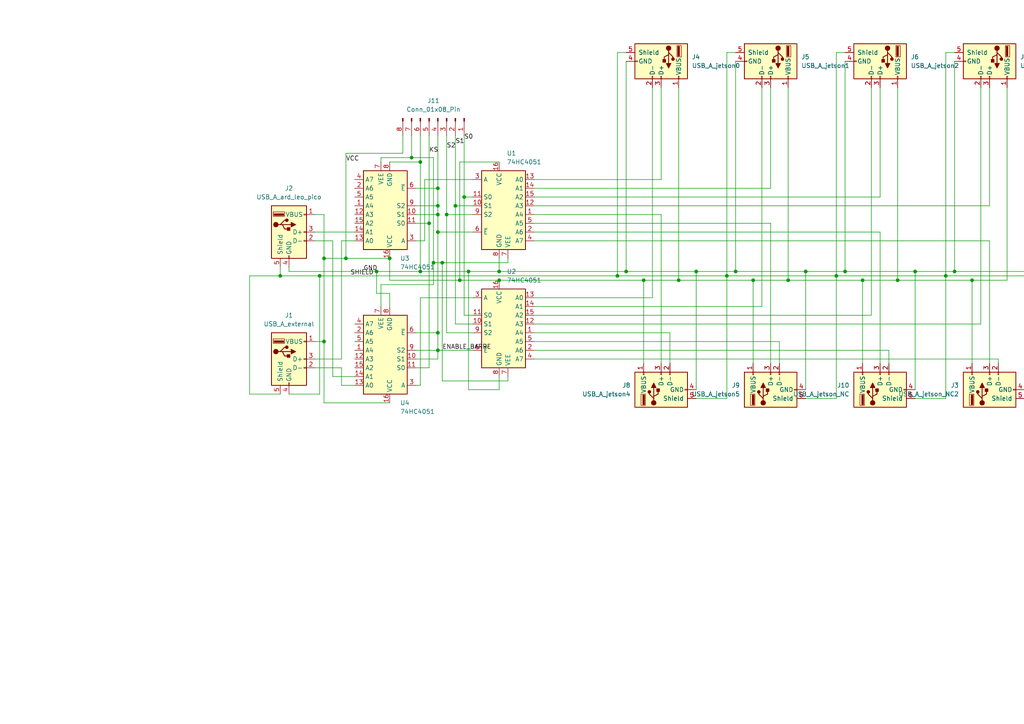
<source format=kicad_sch>
(kicad_sch (version 20231120) (generator "eeschema") (generator_version "8.0")
  (paper "A4")
  (lib_symbols
    (symbol "74xx:74HC4051"
      (property "Reference" "U" (at -5.08 11.43 0))
      (property "Value" "74HC4051" (at -7.62 -13.97 0))
      (symbol "74HC4051_0_1"
        (rectangle (start -5.08 10.16) (end 7.62 -12.7) (stroke (width 0.254)) (fill (type background)))
      )
      (symbol "74HC4051_1_1"
        (pin passive line (at 10.16 -2.54 180) (length 2.54) (name "A4") (number "1"))
        (pin input line (at -7.62 0 0) (length 2.54) (name "S1") (number "10"))
        (pin input line (at -7.62 2.54 0) (length 2.54) (name "S0") (number "11"))
        (pin passive line (at 10.16 0 180) (length 2.54) (name "A3") (number "12"))
        (pin passive line (at 10.16 7.62 180) (length 2.54) (name "A0") (number "13"))
        (pin passive line (at 10.16 5.08 180) (length 2.54) (name "A1") (number "14"))
        (pin passive line (at 10.16 2.54 180) (length 2.54) (name "A2") (number "15"))
        (pin power_in line (at 0 12.7 270) (length 2.54) (name "VCC") (number "16"))
        (pin passive line (at 10.16 -7.62 180) (length 2.54) (name "A6") (number "2"))
        (pin passive line (at -7.62 7.62 0) (length 2.54) (name "A") (number "3"))
        (pin passive line (at 10.16 -10.16 180) (length 2.54) (name "A7") (number "4"))
        (pin passive line (at 10.16 -5.08 180) (length 2.54) (name "A5") (number "5"))
        (pin input line (at -7.62 -7.62 0) (length 2.54) (name "~{E}") (number "6"))
        (pin power_in line (at 2.54 -15.24 90) (length 2.54) (name "VEE") (number "7"))
        (pin power_in line (at 0 -15.24 90) (length 2.54) (name "GND") (number "8"))
        (pin input line (at -7.62 -2.54 0) (length 2.54) (name "S2") (number "9"))
      )
    )
    (symbol "Connector:Conn_01x08_Pin" (pin_names (offset 1.016) hide)
      (property "Reference" "J" (at 0 10.16 0))
      (property "Value" "Conn_01x08_Pin" (at 0 -12.7 0))
      (symbol "Conn_01x08_Pin_1_1"
        (polyline (pts (xy 1.27 -10.16) (xy 0.8636 -10.16)) (stroke (width 0.1524)))
        (polyline (pts (xy 1.27 -7.62) (xy 0.8636 -7.62)) (stroke (width 0.1524)))
        (polyline (pts (xy 1.27 -5.08) (xy 0.8636 -5.08)) (stroke (width 0.1524)))
        (polyline (pts (xy 1.27 -2.54) (xy 0.8636 -2.54)) (stroke (width 0.1524)))
        (polyline (pts (xy 1.27 0) (xy 0.8636 0)) (stroke (width 0.1524)))
        (polyline (pts (xy 1.27 2.54) (xy 0.8636 2.54)) (stroke (width 0.1524)))
        (polyline (pts (xy 1.27 5.08) (xy 0.8636 5.08)) (stroke (width 0.1524)))
        (polyline (pts (xy 1.27 7.62) (xy 0.8636 7.62)) (stroke (width 0.1524)))
        (rectangle (start 0.8636 -10.033) (end 0 -10.287) (stroke (width 0.1524)) (fill (type outline)))
        (rectangle (start 0.8636 -7.493) (end 0 -7.747) (stroke (width 0.1524)) (fill (type outline)))
        (rectangle (start 0.8636 -4.953) (end 0 -5.207) (stroke (width 0.1524)) (fill (type outline)))
        (rectangle (start 0.8636 -2.413) (end 0 -2.667) (stroke (width 0.1524)) (fill (type outline)))
        (rectangle (start 0.8636 0.127) (end 0 -0.127) (stroke (width 0.1524)) (fill (type outline)))
        (rectangle (start 0.8636 2.667) (end 0 2.413) (stroke (width 0.1524)) (fill (type outline)))
        (rectangle (start 0.8636 5.207) (end 0 4.953) (stroke (width 0.1524)) (fill (type outline)))
        (rectangle (start 0.8636 7.747) (end 0 7.493) (stroke (width 0.1524)) (fill (type outline)))
        (pin passive line (at 5.08 7.62 180) (length 3.81) (name "Pin_1") (number "1"))
        (pin passive line (at 5.08 5.08 180) (length 3.81) (name "Pin_2") (number "2"))
        (pin passive line (at 5.08 2.54 180) (length 3.81) (name "Pin_3") (number "3"))
        (pin passive line (at 5.08 0 180) (length 3.81) (name "Pin_4") (number "4"))
        (pin passive line (at 5.08 -2.54 180) (length 3.81) (name "Pin_5") (number "5"))
        (pin passive line (at 5.08 -5.08 180) (length 3.81) (name "Pin_6") (number "6"))
        (pin passive line (at 5.08 -7.62 180) (length 3.81) (name "Pin_7") (number "7"))
        (pin passive line (at 5.08 -10.16 180) (length 3.81) (name "Pin_8") (number "8"))
      )
    )
    (symbol "Connector:USB_A" (pin_names (offset 1.016))
      (property "Reference" "J" (at -5.08 11.43 0))
      (property "Value" "USB_A" (at -5.08 8.89 0))
      (symbol "USB_A_0_1"
        (rectangle (start -5.08 -7.62) (end 5.08 7.62) (stroke (width 0.254)) (fill (type background)))
        (circle (center -3.81 2.159) (radius 0.635) (stroke (width 0.254)) (fill (type outline)))
        (rectangle (start -1.524 4.826) (end -4.318 5.334) (fill (type outline)))
        (rectangle (start -1.27 4.572) (end -4.572 5.842))
        (circle (center -0.635 3.429) (radius 0.381) (stroke (width 0.254)) (fill (type outline)))
        (rectangle (start -0.127 -7.62) (end 0.127 -6.858))
        (polyline (pts (xy -3.175 2.159) (xy -2.54 2.159) (xy -1.27 3.429) (xy -0.635 3.429)) (stroke (width 0.254)))
        (polyline (pts (xy -2.54 2.159) (xy -1.905 2.159) (xy -1.27 0.889) (xy 0 0.889)) (stroke (width 0.254)))
        (polyline (pts (xy 0.635 2.794) (xy 0.635 1.524) (xy 1.905 2.159) (xy 0.635 2.794)) (stroke (width 0.254)) (fill (type outline)))
        (rectangle (start 0.254 1.27) (end -0.508 0.508) (stroke (width 0.254)) (fill (type outline)))
        (rectangle (start 5.08 -2.667) (end 4.318 -2.413))
        (rectangle (start 5.08 -0.127) (end 4.318 0.127))
        (rectangle (start 5.08 4.953) (end 4.318 5.207))
      )
      (symbol "USB_A_1_1"
        (polyline (pts (xy -1.905 2.159) (xy 0.635 2.159)) (stroke (width 0.254)))
        (pin power_in line (at 7.62 5.08 180) (length 2.54) (name "VBUS") (number "1"))
        (pin bidirectional line (at 7.62 -2.54 180) (length 2.54) (name "D-") (number "2"))
        (pin bidirectional line (at 7.62 0 180) (length 2.54) (name "D+") (number "3"))
        (pin power_in line (at 0 -10.16 90) (length 2.54) (name "GND") (number "4"))
        (pin passive line (at -2.54 -10.16 90) (length 2.54) (name "Shield") (number "5"))
      )
    )
  )
  (junction (at 127 54.61))
  (junction (at 81.28 80.01))
  (junction (at 124.46 64.77))
  (junction (at 144.78 78.74))
  (junction (at 127 67.31))
  (junction (at 109.22 78.74))
  (junction (at 127 62.23))
  (junction (at 127 96.52))
  (junction (at 218.44 81.28))
  (junction (at 119.38 45.72))
  (junction (at 127 59.69))
  (junction (at 210.82 80.01))
  (junction (at 276.86 78.74))
  (junction (at 93.98 99.06))
  (junction (at 144.78 81.28))
  (junction (at 233.68 78.74))
  (junction (at 281.94 81.28))
  (junction (at 228.6 81.28))
  (junction (at 179.07 80.01))
  (junction (at 201.93 78.74))
  (junction (at 135.89 78.74))
  (junction (at 196.85 81.28))
  (junction (at 265.43 78.74))
  (junction (at 93.98 74.93))
  (junction (at 100.33 74.93))
  (junction (at 242.57 80.01))
  (junction (at 260.35 81.28))
  (junction (at 128.27 76.2))
  (junction (at 113.03 74.93))
  (junction (at 245.11 78.74))
  (junction (at 121.92 46.99))
  (junction (at 125.73 76.2))
  (junction (at 121.92 78.74))
  (junction (at 250.19 81.28))
  (junction (at 127 101.6))
  (junction (at 181.61 78.74))
  (junction (at 132.08 59.69))
  (junction (at 274.32 80.01))
  (junction (at 213.36 78.74))
  (junction (at 133.35 81.28))
  (junction (at 134.62 57.15))
  (junction (at 129.54 62.23))
  (junction (at 92.71 80.01))
  (junction (at 186.69 81.28))
  (wire (pts (xy 245.11 78.74) (xy 265.43 78.74)))
  (wire (pts (xy 120.65 111.76) (xy 121.92 111.76)))
  (wire (pts (xy 81.28 77.47) (xy 81.28 80.01)))
  (wire (pts (xy 154.94 96.52) (xy 194.31 96.52)))
  (wire (pts (xy 213.36 78.74) (xy 233.68 78.74)))
  (wire (pts (xy 83.82 78.74) (xy 109.22 78.74)))
  (wire (pts (xy 179.07 80.01) (xy 210.82 80.01)))
  (wire (pts (xy 213.36 78.74) (xy 201.93 78.74)))
  (wire (pts (xy 113.03 46.99) (xy 121.92 46.99)))
  (wire (pts (xy 125.73 76.2) (xy 125.73 45.72)))
  (wire (pts (xy 255.27 67.31) (xy 154.94 67.31)))
  (wire (pts (xy 154.94 88.9) (xy 220.98 88.9)))
  (wire (pts (xy 110.49 45.72) (xy 119.38 45.72)))
  (wire (pts (xy 109.22 78.74) (xy 121.92 78.74)))
  (wire (pts (xy 260.35 25.4) (xy 260.35 81.28)))
  (wire (pts (xy 242.57 15.24) (xy 242.57 80.01)))
  (wire (pts (xy 223.52 64.77) (xy 223.52 105.41)))
  (wire (pts (xy 123.19 52.07) (xy 137.16 52.07)))
  (wire (pts (xy 274.32 80.01) (xy 300.99 80.01)))
  (wire (pts (xy 196.85 81.28) (xy 186.69 81.28)))
  (wire (pts (xy 132.08 59.69) (xy 132.08 93.98)))
  (wire (pts (xy 81.28 80.01) (xy 92.71 80.01)))
  (wire (pts (xy 120.65 64.77) (xy 124.46 64.77)))
  (wire (pts (xy 257.81 101.6) (xy 257.81 105.41)))
  (wire (pts (xy 129.54 39.37) (xy 129.54 62.23)))
  (wire (pts (xy 83.82 114.3) (xy 92.71 114.3)))
  (wire (pts (xy 127 104.14) (xy 127 101.6)))
  (wire (pts (xy 154.94 59.69) (xy 287.02 59.69)))
  (wire (pts (xy 147.32 74.93) (xy 147.32 76.2)))
  (wire (pts (xy 120.65 104.14) (xy 127 104.14)))
  (wire (pts (xy 120.65 101.6) (xy 127 101.6)))
  (wire (pts (xy 100.33 74.93) (xy 100.33 44.45)))
  (wire (pts (xy 210.82 80.01) (xy 242.57 80.01)))
  (wire (pts (xy 300.99 115.57) (xy 297.18 115.57)))
  (wire (pts (xy 210.82 15.24) (xy 210.82 80.01)))
  (wire (pts (xy 226.06 105.41) (xy 226.06 99.06)))
  (wire (pts (xy 93.98 116.84) (xy 113.03 116.84)))
  (wire (pts (xy 127 62.23) (xy 127 67.31)))
  (wire (pts (xy 129.54 62.23) (xy 129.54 96.52)))
  (wire (pts (xy 133.35 81.28) (xy 113.03 81.28)))
  (wire (pts (xy 179.07 15.24) (xy 179.07 80.01)))
  (wire (pts (xy 125.73 82.55) (xy 125.73 76.2)))
  (wire (pts (xy 137.16 93.98) (xy 132.08 93.98)))
  (wire (pts (xy 121.92 111.76) (xy 121.92 86.36)))
  (wire (pts (xy 113.03 88.9) (xy 113.03 85.09)))
  (wire (pts (xy 128.27 110.49) (xy 128.27 76.2)))
  (wire (pts (xy 134.62 57.15) (xy 134.62 91.44)))
  (wire (pts (xy 144.78 109.22) (xy 144.78 113.03)))
  (wire (pts (xy 281.94 81.28) (xy 260.35 81.28)))
  (wire (pts (xy 83.82 77.47) (xy 83.82 78.74)))
  (wire (pts (xy 228.6 25.4) (xy 228.6 81.28)))
  (wire (pts (xy 100.33 44.45) (xy 116.84 44.45)))
  (wire (pts (xy 220.98 88.9) (xy 220.98 25.4)))
  (wire (pts (xy 265.43 115.57) (xy 274.32 115.57)))
  (wire (pts (xy 99.06 69.85) (xy 99.06 104.14)))
  (wire (pts (xy 289.56 104.14) (xy 154.94 104.14)))
  (wire (pts (xy 276.86 78.74) (xy 297.18 78.74)))
  (wire (pts (xy 72.39 114.3) (xy 72.39 80.01)))
  (wire (pts (xy 121.92 39.37) (xy 121.92 46.99)))
  (wire (pts (xy 123.19 69.85) (xy 123.19 52.07)))
  (wire (pts (xy 91.44 69.85) (xy 96.52 69.85)))
  (wire (pts (xy 147.32 76.2) (xy 128.27 76.2)))
  (wire (pts (xy 196.85 25.4) (xy 196.85 81.28)))
  (wire (pts (xy 210.82 115.57) (xy 210.82 80.01)))
  (wire (pts (xy 124.46 39.37) (xy 124.46 64.77)))
  (wire (pts (xy 252.73 25.4) (xy 252.73 91.44)))
  (wire (pts (xy 284.48 25.4) (xy 284.48 93.98)))
  (wire (pts (xy 135.89 78.74) (xy 144.78 78.74)))
  (wire (pts (xy 245.11 17.78) (xy 245.11 78.74)))
  (wire (pts (xy 154.94 69.85) (xy 287.02 69.85)))
  (wire (pts (xy 213.36 17.78) (xy 213.36 78.74)))
  (wire (pts (xy 137.16 91.44) (xy 134.62 91.44)))
  (wire (pts (xy 260.35 81.28) (xy 250.19 81.28)))
  (wire (pts (xy 127 67.31) (xy 127 96.52)))
  (wire (pts (xy 116.84 39.37) (xy 116.84 44.45)))
  (wire (pts (xy 110.49 88.9) (xy 110.49 82.55)))
  (wire (pts (xy 119.38 39.37) (xy 119.38 45.72)))
  (wire (pts (xy 144.78 78.74) (xy 144.78 74.93)))
  (wire (pts (xy 132.08 39.37) (xy 132.08 59.69)))
  (wire (pts (xy 129.54 62.23) (xy 137.16 62.23)))
  (wire (pts (xy 189.23 86.36) (xy 189.23 25.4)))
  (wire (pts (xy 233.68 78.74) (xy 233.68 113.03)))
  (wire (pts (xy 233.68 115.57) (xy 242.57 115.57)))
  (wire (pts (xy 121.92 86.36) (xy 137.16 86.36)))
  (wire (pts (xy 81.28 114.3) (xy 72.39 114.3)))
  (wire (pts (xy 226.06 99.06) (xy 154.94 99.06)))
  (wire (pts (xy 191.77 62.23) (xy 154.94 62.23)))
  (wire (pts (xy 135.89 113.03) (xy 135.89 78.74)))
  (wire (pts (xy 137.16 96.52) (xy 129.54 96.52)))
  (wire (pts (xy 93.98 74.93) (xy 93.98 99.06)))
  (wire (pts (xy 120.65 69.85) (xy 123.19 69.85)))
  (wire (pts (xy 99.06 106.68) (xy 91.44 106.68)))
  (wire (pts (xy 154.94 64.77) (xy 223.52 64.77)))
  (wire (pts (xy 128.27 76.2) (xy 125.73 76.2)))
  (wire (pts (xy 233.68 78.74) (xy 245.11 78.74)))
  (wire (pts (xy 99.06 106.68) (xy 99.06 111.76)))
  (wire (pts (xy 120.65 96.52) (xy 127 96.52)))
  (wire (pts (xy 297.18 113.03) (xy 297.18 78.74)))
  (wire (pts (xy 121.92 78.74) (xy 135.89 78.74)))
  (wire (pts (xy 120.65 62.23) (xy 127 62.23)))
  (wire (pts (xy 120.65 106.68) (xy 124.46 106.68)))
  (wire (pts (xy 110.49 82.55) (xy 125.73 82.55)))
  (wire (pts (xy 218.44 81.28) (xy 196.85 81.28)))
  (wire (pts (xy 102.87 111.76) (xy 99.06 111.76)))
  (wire (pts (xy 113.03 85.09) (xy 109.22 85.09)))
  (wire (pts (xy 223.52 54.61) (xy 223.52 25.4)))
  (wire (pts (xy 127 96.52) (xy 127 101.6)))
  (wire (pts (xy 250.19 81.28) (xy 228.6 81.28)))
  (wire (pts (xy 265.43 78.74) (xy 276.86 78.74)))
  (wire (pts (xy 96.52 69.85) (xy 96.52 109.22)))
  (wire (pts (xy 125.73 45.72) (xy 119.38 45.72)))
  (wire (pts (xy 274.32 115.57) (xy 274.32 80.01)))
  (wire (pts (xy 110.49 46.99) (xy 110.49 45.72)))
  (wire (pts (xy 186.69 81.28) (xy 186.69 105.41)))
  (wire (pts (xy 154.94 57.15) (xy 255.27 57.15)))
  (wire (pts (xy 284.48 93.98) (xy 154.94 93.98)))
  (wire (pts (xy 109.22 78.74) (xy 109.22 85.09)))
  (wire (pts (xy 144.78 46.99) (xy 133.35 46.99)))
  (wire (pts (xy 245.11 15.24) (xy 242.57 15.24)))
  (wire (pts (xy 191.77 105.41) (xy 191.77 62.23)))
  (wire (pts (xy 144.78 113.03) (xy 135.89 113.03)))
  (wire (pts (xy 91.44 67.31) (xy 102.87 67.31)))
  (wire (pts (xy 92.71 80.01) (xy 92.71 114.3)))
  (wire (pts (xy 72.39 80.01) (xy 81.28 80.01)))
  (wire (pts (xy 96.52 109.22) (xy 102.87 109.22)))
  (wire (pts (xy 127 59.69) (xy 127 62.23)))
  (wire (pts (xy 201.93 115.57) (xy 210.82 115.57)))
  (wire (pts (xy 274.32 15.24) (xy 274.32 80.01)))
  (wire (pts (xy 127 39.37) (xy 127 54.61)))
  (wire (pts (xy 186.69 81.28) (xy 144.78 81.28)))
  (wire (pts (xy 91.44 62.23) (xy 93.98 62.23)))
  (wire (pts (xy 144.78 81.28) (xy 133.35 81.28)))
  (wire (pts (xy 181.61 78.74) (xy 144.78 78.74)))
  (wire (pts (xy 292.1 81.28) (xy 281.94 81.28)))
  (wire (pts (xy 120.65 54.61) (xy 127 54.61)))
  (wire (pts (xy 300.99 80.01) (xy 300.99 115.57)))
  (wire (pts (xy 289.56 105.41) (xy 289.56 104.14)))
  (wire (pts (xy 281.94 81.28) (xy 281.94 105.41)))
  (wire (pts (xy 201.93 78.74) (xy 181.61 78.74)))
  (wire (pts (xy 132.08 59.69) (xy 137.16 59.69)))
  (wire (pts (xy 147.32 109.22) (xy 147.32 110.49)))
  (wire (pts (xy 93.98 99.06) (xy 93.98 116.84)))
  (wire (pts (xy 265.43 78.74) (xy 265.43 113.03)))
  (wire (pts (xy 154.94 86.36) (xy 189.23 86.36)))
  (wire (pts (xy 134.62 39.37) (xy 134.62 57.15)))
  (wire (pts (xy 194.31 96.52) (xy 194.31 105.41)))
  (wire (pts (xy 127 54.61) (xy 127 59.69)))
  (wire (pts (xy 120.65 59.69) (xy 127 59.69)))
  (wire (pts (xy 191.77 52.07) (xy 191.77 25.4)))
  (wire (pts (xy 147.32 110.49) (xy 128.27 110.49)))
  (wire (pts (xy 134.62 57.15) (xy 137.16 57.15)))
  (wire (pts (xy 133.35 46.99) (xy 133.35 81.28)))
  (wire (pts (xy 102.87 69.85) (xy 99.06 69.85)))
  (wire (pts (xy 228.6 81.28) (xy 218.44 81.28)))
  (wire (pts (xy 121.92 46.99) (xy 121.92 78.74)))
  (wire (pts (xy 100.33 74.93) (xy 113.03 74.93)))
  (wire (pts (xy 99.06 104.14) (xy 91.44 104.14)))
  (wire (pts (xy 91.44 99.06) (xy 93.98 99.06)))
  (wire (pts (xy 93.98 62.23) (xy 93.98 74.93)))
  (wire (pts (xy 292.1 25.4) (xy 292.1 81.28)))
  (wire (pts (xy 242.57 80.01) (xy 274.32 80.01)))
  (wire (pts (xy 137.16 101.6) (xy 127 101.6)))
  (wire (pts (xy 181.61 15.24) (xy 179.07 15.24)))
  (wire (pts (xy 287.02 69.85) (xy 287.02 105.41)))
  (wire (pts (xy 213.36 15.24) (xy 210.82 15.24)))
  (wire (pts (xy 255.27 57.15) (xy 255.27 25.4)))
  (wire (pts (xy 242.57 115.57) (xy 242.57 80.01)))
  (wire (pts (xy 127 67.31) (xy 137.16 67.31)))
  (wire (pts (xy 154.94 54.61) (xy 223.52 54.61)))
  (wire (pts (xy 201.93 113.03) (xy 201.93 78.74)))
  (wire (pts (xy 250.19 81.28) (xy 250.19 105.41)))
  (wire (pts (xy 218.44 105.41) (xy 218.44 81.28)))
  (wire (pts (xy 252.73 91.44) (xy 154.94 91.44)))
  (wire (pts (xy 93.98 74.93) (xy 100.33 74.93)))
  (wire (pts (xy 181.61 17.78) (xy 181.61 78.74)))
  (wire (pts (xy 92.71 80.01) (xy 179.07 80.01)))
  (wire (pts (xy 113.03 81.28) (xy 113.03 74.93)))
  (wire (pts (xy 276.86 17.78) (xy 276.86 78.74)))
  (wire (pts (xy 124.46 106.68) (xy 124.46 64.77)))
  (wire (pts (xy 255.27 105.41) (xy 255.27 67.31)))
  (wire (pts (xy 154.94 101.6) (xy 257.81 101.6)))
  (wire (pts (xy 154.94 52.07) (xy 191.77 52.07)))
  (wire (pts (xy 276.86 15.24) (xy 274.32 15.24)))
  (wire (pts (xy 287.02 59.69) (xy 287.02 25.4)))
  (label "S0" (at 134.62 40.64 0))
  (label "S2" (at 129.54 43.18 0))
  (label "GND" (at 105.41 78.74 0))
  (label "KS" (at 124.46 44.45 0))
  (label "VCC" (at 100.33 46.99 0))
  (label "S1" (at 132.08 41.91 0))
  (label "ENABLE_BARRE" (at 128.27 101.6 0))
  (label "SHIELD" (at 101.6 80.01 0))
  (symbol (lib_id "74xx:74HC4051") (at 144.78 93.98 0) (unit 1)
    (property "Reference" "U2" (at 146.9741 78.74 0) (effects (justify left)))
    (property "Value" "74HC4051" (at 146.9741 81.28 0) (effects (justify left)))
    (property "Footprint" "Package_SO:SOIC-16_3.9x9.9mm_P1.27mm" (effects (hide yes)))
    (property "Datasheet" "http://www.ti.com/lit/ds/symlink/cd74hc4051.pdf" (effects (hide yes)))
    (property "Description" "8-channel analog multiplexer/demultiplexer, DIP-16/SOIC-16/TSSOP-16" (effects (hide yes)))
  )
  (symbol (lib_id "Connector:USB_A") (at 83.82 67.31 0) (unit 1)
    (property "Reference" "J2" (at 83.82 54.61 0))
    (property "Value" "USB_A_ard_leo_pico" (at 83.82 57.15 0))
    (property "Footprint" "Connector_USB:USB_A_TE_292303-7_Horizontal" (effects (hide yes)))
    (property "Description" "USB Type A connector" (effects (hide yes)))
  )
  (symbol (lib_id "Connector:Conn_01x08_Pin") (at 127 34.29 270) (unit 1)
    (property "Reference" "J11" (at 125.73 29.21 90))
    (property "Value" "Conn_01x08_Pin" (at 125.73 31.75 90))
    (property "Footprint" "Connector_PinHeader_2.54mm:PinHeader_1x08_P2.54mm_Vertical" (effects (hide yes)))
    (property "Description" "Generic connector, single row, 01x08, script generated" (effects (hide yes)))
  )
  (symbol (lib_id "Connector:USB_A") (at 255.27 17.78 270) (unit 1)
    (property "Reference" "J6" (at 264.16 16.5099 90) (effects (justify left)))
    (property "Value" "USB_A_jetson2" (at 264.16 19.0499 90) (effects (justify left)))
    (property "Footprint" "Connector_USB:USB_A_TE_292303-7_Horizontal" (effects (hide yes)))
    (property "Description" "USB Type A connector" (effects (hide yes)))
  )
  (symbol (lib_id "Connector:USB_A") (at 287.02 17.78 270) (unit 1)
    (property "Reference" "J7" (at 295.91 16.5099 90) (effects (justify left)))
    (property "Value" "USB_A_jetson3" (at 295.91 19.0499 90) (effects (justify left)))
    (property "Footprint" "Connector_USB:USB_A_TE_292303-7_Horizontal" (effects (hide yes)))
    (property "Description" "USB Type A connector" (effects (hide yes)))
  )
  (symbol (lib_id "74xx:74HC4051") (at 113.03 104.14 180) (unit 1)
    (property "Reference" "U4" (at 116.0465 116.84 0) (effects (justify right)))
    (property "Value" "74HC4051" (at 116.0465 119.38 0) (effects (justify right)))
    (property "Footprint" "Package_SO:SOIC-16_3.9x9.9mm_P1.27mm" (effects (hide yes)))
    (property "Datasheet" "http://www.ti.com/lit/ds/symlink/cd74hc4051.pdf" (effects (hide yes)))
    (property "Description" "8-channel analog multiplexer/demultiplexer, DIP-16/SOIC-16/TSSOP-16" (effects (hide yes)))
  )
  (symbol (lib_id "Connector:USB_A") (at 191.77 17.78 270) (unit 1)
    (property "Reference" "J4" (at 200.66 16.5099 90) (effects (justify left)))
    (property "Value" "USB_A_jetson0" (at 200.66 19.0499 90) (effects (justify left)))
    (property "Footprint" "Connector_USB:USB_A_TE_292303-7_Horizontal" (effects (hide yes)))
    (property "Description" "USB Type A connector" (effects (hide yes)))
  )
  (symbol (lib_id "Connector:USB_A") (at 191.77 113.03 90) (unit 1)
    (property "Reference" "J8" (at 182.88 111.7599 90) (effects (justify left)))
    (property "Value" "USB_A_jetson4" (at 182.88 114.2999 90) (effects (justify left)))
    (property "Footprint" "Connector_USB:USB_A_TE_292303-7_Horizontal" (effects (hide yes)))
    (property "Description" "USB Type A connector" (effects (hide yes)))
  )
  (symbol (lib_id "Connector:USB_A") (at 255.27 113.03 90) (unit 1)
    (property "Reference" "J10" (at 246.38 111.7599 90) (effects (justify left)))
    (property "Value" "USB_A_jetson_NC" (at 246.38 114.2999 90) (effects (justify left)))
    (property "Footprint" "Connector_USB:USB_A_TE_292303-7_Horizontal" (effects (hide yes)))
    (property "Description" "USB Type A connector" (effects (hide yes)))
  )
  (symbol (lib_id "Connector:USB_A") (at 287.02 113.03 90) (unit 1)
    (property "Reference" "J3" (at 278.13 111.7599 90) (effects (justify left)))
    (property "Value" "USB_A_jetson_NC2" (at 278.13 114.2999 90) (effects (justify left)))
    (property "Footprint" "Connector_USB:USB_A_TE_292303-7_Horizontal" (effects (hide yes)))
    (property "Description" "USB Type A connector" (effects (hide yes)))
  )
  (symbol (lib_id "Connector:USB_A") (at 83.82 104.14 0) (unit 1)
    (property "Reference" "J1" (at 83.82 91.44 0))
    (property "Value" "USB_A_external" (at 83.82 93.98 0))
    (property "Footprint" "Connector_USB:USB_A_TE_292303-7_Horizontal" (effects (hide yes)))
    (property "Description" "USB Type A connector" (effects (hide yes)))
  )
  (symbol (lib_id "Connector:USB_A") (at 223.52 17.78 270) (unit 1)
    (property "Reference" "J5" (at 232.41 16.5099 90) (effects (justify left)))
    (property "Value" "USB_A_jetson1" (at 232.41 19.0499 90) (effects (justify left)))
    (property "Footprint" "Connector_USB:USB_A_TE_292303-7_Horizontal" (effects (hide yes)))
    (property "Description" "USB Type A connector" (effects (hide yes)))
  )
  (symbol (lib_id "Connector:USB_A") (at 223.52 113.03 90) (unit 1)
    (property "Reference" "J9" (at 214.63 111.7599 90) (effects (justify left)))
    (property "Value" "USB_A_jetson5" (at 214.63 114.2999 90) (effects (justify left)))
    (property "Footprint" "Connector_USB:USB_A_TE_292303-7_Horizontal" (effects (hide yes)))
    (property "Description" "USB Type A connector" (effects (hide yes)))
  )
  (symbol (lib_id "74xx:74HC4051") (at 113.03 62.23 180) (unit 1)
    (property "Reference" "U3" (at 116.0465 74.93 0) (effects (justify right)))
    (property "Value" "74HC4051" (at 116.0465 77.47 0) (effects (justify right)))
    (property "Footprint" "Package_SO:SOIC-16_3.9x9.9mm_P1.27mm" (effects (hide yes)))
    (property "Datasheet" "http://www.ti.com/lit/ds/symlink/cd74hc4051.pdf" (effects (hide yes)))
    (property "Description" "8-channel analog multiplexer/demultiplexer, DIP-16/SOIC-16/TSSOP-16" (effects (hide yes)))
  )
  (symbol (lib_id "74xx:74HC4051") (at 144.78 59.69 0) (unit 1)
    (property "Reference" "U1" (at 146.9741 44.45 0) (effects (justify left)))
    (property "Value" "74HC4051" (at 146.9741 46.99 0) (effects (justify left)))
    (property "Footprint" "Package_SO:SOIC-16_3.9x9.9mm_P1.27mm" (effects (hide yes)))
    (property "Datasheet" "http://www.ti.com/lit/ds/symlink/cd74hc4051.pdf" (effects (hide yes)))
    (property "Description" "8-channel analog multiplexer/demultiplexer, DIP-16/SOIC-16/TSSOP-16" (effects (hide yes)))
  )
)
</source>
